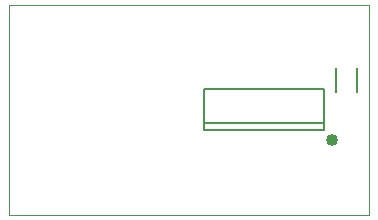
<source format=gbo>
G75*
%MOIN*%
%OFA0B0*%
%FSLAX25Y25*%
%IPPOS*%
%LPD*%
%AMOC8*
5,1,8,0,0,1.08239X$1,22.5*
%
%ADD10C,0.00000*%
%ADD11C,0.00500*%
%ADD12C,0.04000*%
D10*
X0001250Y0001000D02*
X0001250Y0071000D01*
X0121250Y0071000D01*
X0121250Y0001000D01*
X0001250Y0001000D01*
D11*
X0066407Y0029110D02*
X0106093Y0029110D01*
X0106093Y0031640D01*
X0106093Y0042890D01*
X0066407Y0042890D01*
X0066407Y0031640D01*
X0106093Y0031640D01*
X0110250Y0042000D02*
X0110250Y0050000D01*
X0117250Y0050000D02*
X0117250Y0042000D01*
X0066407Y0031640D02*
X0066407Y0029110D01*
D12*
X0108750Y0026000D03*
M02*

</source>
